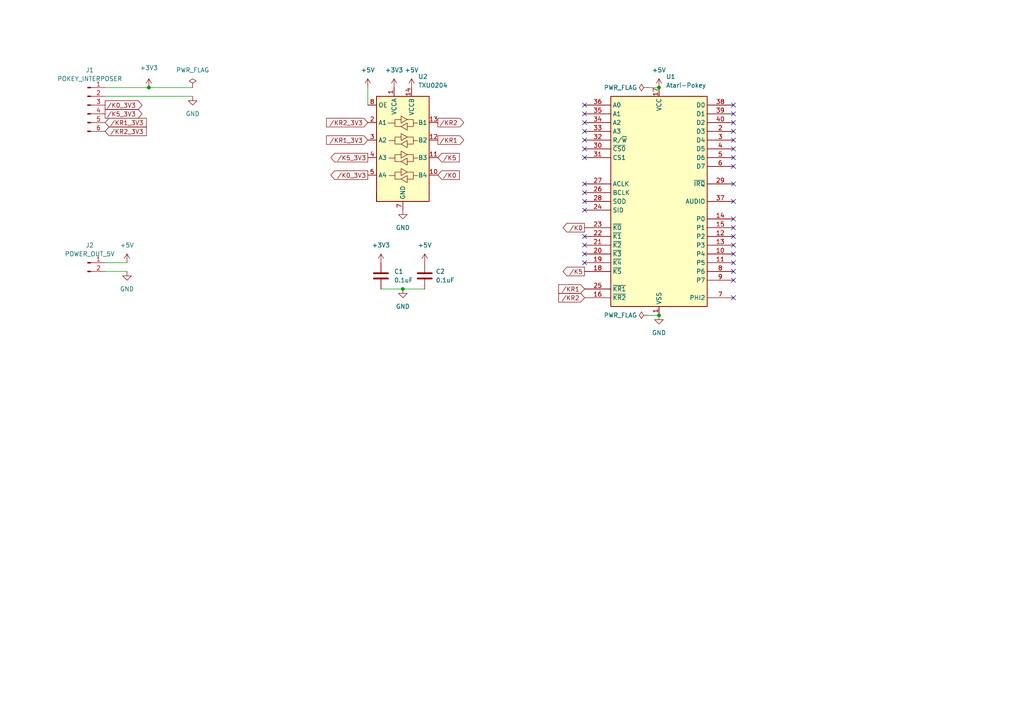
<source format=kicad_sch>
(kicad_sch (version 20211123) (generator eeschema)
  (paper "A4")
  (title_block (title "Atari Pokey Interposer") (date "2022-09-15") (rev "1.0"))
  (lib_symbols
    (symbol "Connector:Conn_01x02_Male" (pin_names (offset 1.016) hide)
      (property "Reference" "J" (at 0 2.54 0))
      (property "Value" "Conn_01x02_Male" (at 0 -5.08 0))
      (symbol "Conn_01x02_Male_1_1"
        (polyline (pts (xy 1.27 -2.54) (xy 0.8636 -2.54)) (stroke (width 0.1524)))
        (polyline (pts (xy 1.27 0) (xy 0.8636 0)) (stroke (width 0.1524)))
        (rectangle (start 0.8636 -2.413) (end 0 -2.667) (stroke (width 0.1524)) (fill (type outline)))
        (rectangle (start 0.8636 0.127) (end 0 -0.127) (stroke (width 0.1524)) (fill (type outline)))
        (pin passive line (at 5.08 0 180) (length 3.81) (name "Pin_1") (number "1"))
        (pin passive line (at 5.08 -2.54 180) (length 3.81) (name "Pin_2") (number "2"))
      )
    )
    (symbol "Connector:Conn_01x06_Male" (pin_names (offset 1.016) hide)
      (property "Reference" "J" (at 0 7.62 0))
      (property "Value" "Conn_01x06_Male" (at 0 -10.16 0))
      (symbol "Conn_01x06_Male_1_1"
        (polyline (pts (xy 1.27 -7.62) (xy 0.8636 -7.62)) (stroke (width 0.1524)))
        (polyline (pts (xy 1.27 -5.08) (xy 0.8636 -5.08)) (stroke (width 0.1524)))
        (polyline (pts (xy 1.27 -2.54) (xy 0.8636 -2.54)) (stroke (width 0.1524)))
        (polyline (pts (xy 1.27 0) (xy 0.8636 0)) (stroke (width 0.1524)))
        (polyline (pts (xy 1.27 2.54) (xy 0.8636 2.54)) (stroke (width 0.1524)))
        (polyline (pts (xy 1.27 5.08) (xy 0.8636 5.08)) (stroke (width 0.1524)))
        (rectangle (start 0.8636 -7.493) (end 0 -7.747) (stroke (width 0.1524)) (fill (type outline)))
        (rectangle (start 0.8636 -4.953) (end 0 -5.207) (stroke (width 0.1524)) (fill (type outline)))
        (rectangle (start 0.8636 -2.413) (end 0 -2.667) (stroke (width 0.1524)) (fill (type outline)))
        (rectangle (start 0.8636 0.127) (end 0 -0.127) (stroke (width 0.1524)) (fill (type outline)))
        (rectangle (start 0.8636 2.667) (end 0 2.413) (stroke (width 0.1524)) (fill (type outline)))
        (rectangle (start 0.8636 5.207) (end 0 4.953) (stroke (width 0.1524)) (fill (type outline)))
        (pin passive line (at 5.08 5.08 180) (length 3.81) (name "Pin_1") (number "1"))
        (pin passive line (at 5.08 2.54 180) (length 3.81) (name "Pin_2") (number "2"))
        (pin passive line (at 5.08 0 180) (length 3.81) (name "Pin_3") (number "3"))
        (pin passive line (at 5.08 -2.54 180) (length 3.81) (name "Pin_4") (number "4"))
        (pin passive line (at 5.08 -5.08 180) (length 3.81) (name "Pin_5") (number "5"))
        (pin passive line (at 5.08 -7.62 180) (length 3.81) (name "Pin_6") (number "6"))
      )
    )
    (symbol "Device:C" (pin_numbers hide) (pin_names (offset 0.254))
      (property "Reference" "C" (at 0.635 2.54 0))
      (property "Value" "C" (at 0.635 -2.54 0))
      (symbol "C_0_1"
        (polyline (pts (xy -2.032 -0.762) (xy 2.032 -0.762)) (stroke (width 0.508)))
        (polyline (pts (xy -2.032 0.762) (xy 2.032 0.762)) (stroke (width 0.508)))
      )
      (symbol "C_1_1"
        (pin passive line (at 0 3.81 270) (length 2.794) (name "~") (number "1"))
        (pin passive line (at 0 -3.81 90) (length 2.794) (name "~") (number "2"))
      )
    )
    (symbol "Logic_LevelTranslator:TXB0104D"
      (property "Reference" "U" (at -6.35 16.51 0))
      (property "Value" "TXB0104D" (at 3.81 16.51 0))
      (symbol "TXB0104D_0_1"
        (rectangle (start -7.62 -15.24) (end -7.62 -12.7) (stroke (width 0.254)))
        (rectangle (start -7.62 15.24) (end 7.62 -15.24) (stroke (width 0.254)) (fill (type background)))
        (polyline (pts (xy -2.286 -7.747) (xy -2.286 -6.731) (xy -0.508 -6.731)))
        (polyline (pts (xy -2.286 -2.667) (xy -2.286 -1.651) (xy -0.508 -1.651)))
        (polyline (pts (xy -2.286 2.413) (xy -2.286 3.429) (xy -0.508 3.429)))
        (polyline (pts (xy -2.286 7.493) (xy -2.286 8.509) (xy -0.508 8.509)))
        (polyline (pts (xy 3.048 -7.747) (xy 3.048 -8.763) (xy 1.27 -8.763)))
        (polyline (pts (xy 3.048 -2.667) (xy 3.048 -3.683) (xy 1.27 -3.683)))
        (polyline (pts (xy 3.048 2.413) (xy 3.048 1.397) (xy 1.27 1.397)))
        (polyline (pts (xy 3.048 7.493) (xy 3.048 6.477) (xy 1.27 6.477)))
        (polyline (pts (xy -0.508 -8.763) (xy -2.286 -8.763) (xy -2.286 -7.747) (xy -4.064 -7.747)))
        (polyline (pts (xy -0.508 -8.763) (xy 1.27 -7.747) (xy 1.27 -9.779) (xy -0.508 -8.763)))
        (polyline (pts (xy -0.508 -3.683) (xy -2.286 -3.683) (xy -2.286 -2.667) (xy -4.064 -2.667)))
        (polyline (pts (xy -0.508 -3.683) (xy 1.27 -2.667) (xy 1.27 -4.699) (xy -0.508 -3.683)))
        (polyline (pts (xy -0.508 1.397) (xy -2.286 1.397) (xy -2.286 2.413) (xy -4.064 2.413)))
        (polyline (pts (xy -0.508 1.397) (xy 1.27 2.413) (xy 1.27 0.381) (xy -0.508 1.397)))
        (polyline (pts (xy -0.508 6.477) (xy -2.286 6.477) (xy -2.286 7.493) (xy -4.318 7.493)))
        (polyline (pts (xy -0.508 6.477) (xy 1.27 7.493) (xy 1.27 5.461) (xy -0.508 6.477)))
        (polyline (pts (xy 1.27 -6.731) (xy -0.508 -7.747) (xy -0.508 -5.715) (xy 1.27 -6.731)))
        (polyline (pts (xy 1.27 -6.731) (xy 3.048 -6.731) (xy 3.048 -7.747) (xy 4.318 -7.747)))
        (polyline (pts (xy 1.27 -1.651) (xy -0.508 -2.667) (xy -0.508 -0.635) (xy 1.27 -1.651)))
        (polyline (pts (xy 1.27 -1.651) (xy 3.048 -1.651) (xy 3.048 -2.667) (xy 4.318 -2.667)))
        (polyline (pts (xy 1.27 3.429) (xy -0.508 2.413) (xy -0.508 4.445) (xy 1.27 3.429)))
        (polyline (pts (xy 1.27 3.429) (xy 3.048 3.429) (xy 3.048 2.413) (xy 4.318 2.413)))
        (polyline (pts (xy 1.27 8.509) (xy -0.508 7.493) (xy -0.508 9.525) (xy 1.27 8.509)))
        (polyline (pts (xy 1.27 8.509) (xy 3.048 8.509) (xy 3.048 7.493) (xy 4.318 7.493)))
      )
      (symbol "TXB0104D_1_1"
        (pin power_in line (at -2.54 17.78 270) (length 2.54) (name "VCCA") (number "1"))
        (pin bidirectional line (at 10.16 -7.62 180) (length 2.54) (name "B4") (number "10"))
        (pin bidirectional line (at 10.16 -2.54 180) (length 2.54) (name "B3") (number "11"))
        (pin bidirectional line (at 10.16 2.54 180) (length 2.54) (name "B2") (number "12"))
        (pin bidirectional line (at 10.16 7.62 180) (length 2.54) (name "B1") (number "13"))
        (pin power_in line (at 2.54 17.78 270) (length 2.54) (name "VCCB") (number "14"))
        (pin bidirectional line (at -10.16 7.62 0) (length 2.54) (name "A1") (number "2"))
        (pin bidirectional line (at -10.16 2.54 0) (length 2.54) (name "A2") (number "3"))
        (pin bidirectional line (at -10.16 -2.54 0) (length 2.54) (name "A3") (number "4"))
        (pin bidirectional line (at -10.16 -7.62 0) (length 2.54) (name "A4") (number "5"))
        (pin no_connect line (at -10.16 -12.7 0) (length 2.54) hide (name "NC") (number "6"))
        (pin power_in line (at 0 -17.78 90) (length 2.54) (name "GND") (number "7"))
        (pin input line (at -10.16 12.7 0) (length 2.54) (name "OE") (number "8"))
        (pin no_connect line (at 10.16 -12.7 180) (length 2.54) hide (name "NC") (number "9"))
      )
    )
    (symbol "Project_Atari_LSI:Atari-Pokey"
      (property "Reference" "U" (at 0 2.54 0))
      (property "Value" "Atari-Pokey" (at 0 0 0))
      (symbol "Atari-Pokey_0_1"
        (rectangle (start -13.97 30.48) (end 13.97 -30.48) (stroke (width 0.254)) (fill (type background)))
      )
      (symbol "Atari-Pokey_1_1"
        (pin power_in line (at 0 -33.02 90) (length 2.54) (name "VSS") (number "1"))
        (pin input line (at 21.59 -15.24 180) (length 7.62) (name "P4") (number "10"))
        (pin input line (at 21.59 -17.78 180) (length 7.62) (name "P5") (number "11"))
        (pin input line (at 21.59 -10.16 180) (length 7.62) (name "P2") (number "12"))
        (pin input line (at 21.59 -12.7 180) (length 7.62) (name "P3") (number "13"))
        (pin input line (at 21.59 -5.08 180) (length 7.62) (name "P0") (number "14"))
        (pin input line (at 21.59 -7.62 180) (length 7.62) (name "P1") (number "15"))
        (pin input line (at -21.59 -27.94 0) (length 7.62) (name "~{KR2}") (number "16"))
        (pin power_in line (at 0 33.02 270) (length 2.54) (name "VCC") (number "17"))
        (pin output line (at -21.59 -20.32 0) (length 7.62) (name "~{K5}") (number "18"))
        (pin output line (at -21.59 -17.78 0) (length 7.62) (name "~{K4}") (number "19"))
        (pin tri_state line (at 21.59 20.32 180) (length 7.62) (name "D3") (number "2"))
        (pin output line (at -21.59 -15.24 0) (length 7.62) (name "~{K3}") (number "20"))
        (pin output line (at -21.59 -12.7 0) (length 7.62) (name "~{K2}") (number "21"))
        (pin output line (at -21.59 -10.16 0) (length 7.62) (name "~{K1}") (number "22"))
        (pin output line (at -21.59 -7.62 0) (length 7.62) (name "~{K0}") (number "23"))
        (pin input line (at -21.59 -2.54 0) (length 7.62) (name "SID") (number "24"))
        (pin input line (at -21.59 -25.4 0) (length 7.62) (name "~{KR1}") (number "25"))
        (pin bidirectional line (at -21.59 2.54 0) (length 7.62) (name "BCLK") (number "26"))
        (pin open_collector line (at -21.59 5.08 0) (length 7.62) (name "ACLK") (number "27"))
        (pin open_collector line (at -21.59 0 0) (length 7.62) (name "SOD") (number "28"))
        (pin open_collector line (at 21.59 5.08 180) (length 7.62) (name "~{IRQ}") (number "29"))
        (pin tri_state line (at 21.59 17.78 180) (length 7.62) (name "D4") (number "3"))
        (pin input line (at -21.59 15.24 0) (length 7.62) (name "~{CS0}") (number "30"))
        (pin input line (at -21.59 12.7 0) (length 7.62) (name "CS1") (number "31"))
        (pin input line (at -21.59 17.78 0) (length 7.62) (name "R/~{W}") (number "32"))
        (pin input line (at -21.59 20.32 0) (length 7.62) (name "A3") (number "33"))
        (pin input line (at -21.59 22.86 0) (length 7.62) (name "A2") (number "34"))
        (pin input line (at -21.59 25.4 0) (length 7.62) (name "A1") (number "35"))
        (pin input line (at -21.59 27.94 0) (length 7.62) (name "A0") (number "36"))
        (pin open_collector line (at 21.59 0 180) (length 7.62) (name "AUDIO") (number "37"))
        (pin tri_state line (at 21.59 27.94 180) (length 7.62) (name "D0") (number "38"))
        (pin tri_state line (at 21.59 25.4 180) (length 7.62) (name "D1") (number "39"))
        (pin tri_state line (at 21.59 15.24 180) (length 7.62) (name "D5") (number "4"))
        (pin tri_state line (at 21.59 22.86 180) (length 7.62) (name "D2") (number "40"))
        (pin tri_state line (at 21.59 12.7 180) (length 7.62) (name "D6") (number "5"))
        (pin tri_state line (at 21.59 10.16 180) (length 7.62) (name "D7") (number "6"))
        (pin input line (at 21.59 -27.94 180) (length 7.62) (name "PHI2") (number "7"))
        (pin input line (at 21.59 -20.32 180) (length 7.62) (name "P6") (number "8"))
        (pin input line (at 21.59 -22.86 180) (length 7.62) (name "P7") (number "9"))
      )
    )
    (symbol "power:+3.3V" (power) (pin_names (offset 0))
      (property "Value" "+3.3V" (at 0 3.556 0))
      (symbol "+3.3V_0_1"
        (polyline (pts (xy -0.762 1.27) (xy 0 2.54)))
        (polyline (pts (xy 0 0) (xy 0 2.54)))
        (polyline (pts (xy 0 2.54) (xy 0.762 1.27)))
      )
      (symbol "+3.3V_1_1"
        (pin power_in line (at 0 0 90) (length 0) hide (name "+3V3") (number "1"))
      )
    )
    (symbol "power:+5V" (power) (pin_names (offset 0))
      (property "Value" "+5V" (at 0 3.556 0))
      (symbol "+5V_0_1"
        (polyline (pts (xy -0.762 1.27) (xy 0 2.54)))
        (polyline (pts (xy 0 0) (xy 0 2.54)))
        (polyline (pts (xy 0 2.54) (xy 0.762 1.27)))
      )
      (symbol "+5V_1_1"
        (pin power_in line (at 0 0 90) (length 0) hide (name "+5V") (number "1"))
      )
    )
    (symbol "power:GND" (power) (pin_names (offset 0))
      (property "Value" "GND" (at 0 -3.81 0))
      (symbol "GND_0_1"
        (polyline (pts (xy 0 0) (xy 0 -1.27) (xy 1.27 -1.27) (xy 0 -2.54) (xy -1.27 -1.27) (xy 0 -1.27)))
      )
      (symbol "GND_1_1"
        (pin power_in line (at 0 0 270) (length 0) hide (name "GND") (number "1"))
      )
    )
    (symbol "power:PWR_FLAG" (power) (pin_numbers hide) (pin_names (offset 0) hide)
      (property "Value" "PWR_FLAG" (at 0 3.81 0))
      (symbol "PWR_FLAG_0_0"
        (pin power_out line (at 0 0 90) (length 0) (name "pwr") (number "1"))
      )
      (symbol "PWR_FLAG_0_1"
        (polyline (pts (xy 0 0) (xy 0 1.27) (xy -1.016 1.905) (xy 0 2.54) (xy 1.016 1.905) (xy 0 1.27)))
      )
    )
  )
  (junction (at 116.84 83.82))
  (junction (at 43.18 25.4))
  (junction (at 191.135 25.4))
  (junction (at 191.135 91.44))
  (no_connect (at 169.545 73.66))
  (no_connect (at 169.545 38.1))
  (no_connect (at 212.725 81.28))
  (no_connect (at 212.725 53.34))
  (no_connect (at 169.545 33.02))
  (no_connect (at 212.725 78.74))
  (no_connect (at 169.545 30.48))
  (no_connect (at 212.725 33.02))
  (no_connect (at 212.725 40.64))
  (no_connect (at 212.725 58.42))
  (no_connect (at 169.545 40.64))
  (no_connect (at 212.725 76.2))
  (no_connect (at 169.545 55.88))
  (no_connect (at 212.725 30.48))
  (no_connect (at 169.545 76.2))
  (no_connect (at 169.545 60.96))
  (no_connect (at 212.725 48.26))
  (no_connect (at 212.725 45.72))
  (no_connect (at 212.725 73.66))
  (no_connect (at 169.545 68.58))
  (no_connect (at 169.545 71.12))
  (no_connect (at 212.725 35.56))
  (no_connect (at 212.725 43.18))
  (no_connect (at 212.725 68.58))
  (no_connect (at 212.725 38.1))
  (no_connect (at 169.545 35.56))
  (no_connect (at 212.725 86.36))
  (no_connect (at 169.545 43.18))
  (no_connect (at 212.725 63.5))
  (no_connect (at 169.545 58.42))
  (no_connect (at 212.725 66.04))
  (no_connect (at 169.545 45.72))
  (no_connect (at 212.725 71.12))
  (no_connect (at 169.545 53.34))
  (wire (pts (xy 30.48 25.4) (xy 43.18 25.4)))
  (wire (pts (xy 106.68 30.48) (xy 106.68 25.4)))
  (wire (pts (xy 43.18 25.4) (xy 55.88 25.4)))
  (wire (pts (xy 30.48 78.74) (xy 36.83 78.74)))
  (wire (pts (xy 30.48 76.2) (xy 36.83 76.2)))
  (wire (pts (xy 110.49 83.82) (xy 116.84 83.82)))
  (wire (pts (xy 116.84 83.82) (xy 123.19 83.82)))
  (wire (pts (xy 187.96 25.4) (xy 191.135 25.4)))
  (wire (pts (xy 187.96 91.44) (xy 191.135 91.44)))
  (wire (pts (xy 30.48 27.94) (xy 55.88 27.94)))
  (global_label "{slash}KR1" (shape input) (at 169.545 83.82 180) (property "Intersheet References" "${INTERSHEET_REFS}" (effects hide)))
  (global_label "{slash}KR1_3V3" (shape input) (at 106.68 40.64 180) (property "Intersheet References" "${INTERSHEET_REFS}" (effects hide)))
  (global_label "{slash}K0_3V3" (shape output) (at 106.68 50.8 180) (property "Intersheet References" "${INTERSHEET_REFS}" (effects hide)))
  (global_label "{slash}KR2" (shape output) (at 127 35.56 0) (property "Intersheet References" "${INTERSHEET_REFS}" (effects hide)))
  (global_label "{slash}K0" (shape output) (at 169.545 66.04 180) (property "Intersheet References" "${INTERSHEET_REFS}" (effects hide)))
  (global_label "{slash}K5" (shape input) (at 127 45.72 0) (property "Intersheet References" "${INTERSHEET_REFS}" (effects hide)))
  (global_label "{slash}KR2" (shape input) (at 169.545 86.36 180) (property "Intersheet References" "${INTERSHEET_REFS}" (effects hide)))
  (global_label "{slash}KR2_3V3" (shape input) (at 106.68 35.56 180) (property "Intersheet References" "${INTERSHEET_REFS}" (effects hide)))
  (global_label "{slash}K0_3V3" (shape output) (at 30.48 30.48 0) (property "Intersheet References" "${INTERSHEET_REFS}" (effects hide)))
  (global_label "{slash}KR2_3V3" (shape input) (at 30.48 38.1 0) (property "Intersheet References" "${INTERSHEET_REFS}" (effects hide)))
  (global_label "{slash}KR1" (shape output) (at 127 40.64 0) (property "Intersheet References" "${INTERSHEET_REFS}" (effects hide)))
  (global_label "{slash}K0" (shape input) (at 127 50.8 0) (property "Intersheet References" "${INTERSHEET_REFS}" (effects hide)))
  (global_label "{slash}K5_3V3" (shape output) (at 106.68 45.72 180) (property "Intersheet References" "${INTERSHEET_REFS}" (effects hide)))
  (global_label "{slash}K5_3V3" (shape output) (at 30.48 33.02 0) (property "Intersheet References" "${INTERSHEET_REFS}" (effects hide)))
  (global_label "{slash}KR1_3V3" (shape input) (at 30.48 35.56 0) (property "Intersheet References" "${INTERSHEET_REFS}" (effects hide)))
  (global_label "{slash}K5" (shape output) (at 169.545 78.74 180) (property "Intersheet References" "${INTERSHEET_REFS}" (effects hide)))
  (symbol (lib_id "power:+5V") (at 123.19 76.2 0) (unit 1)
    (property "Reference" "#PWR0104" (effects hide))
    (property "Value" "+5V" (at 123.19 71.12 0))
  )
  (symbol (lib_id "power:+3.3V") (at 43.18 25.4 0) (unit 1)
    (property "Reference" "#PWR0108" (effects hide))
    (property "Value" "+3.3V" (at 43.18 19.685 0))
  )
  (symbol (lib_id "power:GND") (at 36.83 78.74 0) (unit 1)
    (property "Reference" "#PWR0113" (effects hide))
    (property "Value" "GND" (at 36.83 83.82 0))
  )
  (symbol (lib_id "power:+3.3V") (at 110.49 76.2 0) (unit 1)
    (property "Reference" "#PWR0105" (effects hide))
    (property "Value" "+3.3V" (at 110.49 71.12 0))
  )
  (symbol (lib_id "Project_Atari_LSI:Atari-Pokey") (at 191.135 58.42 0) (unit 1)
    (property "Reference" "U1" (at 193.1544 22.225 0) (effects (justify left)))
    (property "Value" "Atari-Pokey" (at 193.1544 24.765 0) (effects (justify left)))
    (property "Footprint" "Package_DIP:DIP-40_W15.24mm_Socket" (effects hide))
  )
  (symbol (lib_id "Connector:Conn_01x02_Male") (at 25.4 76.2 0) (unit 1)
    (property "Reference" "J2" (at 26.035 71.12 0))
    (property "Value" "POWER_OUT_5V" (at 26.035 73.66 0))
    (property "Footprint" "Connector_PinHeader_2.54mm:PinHeader_1x02_P2.54mm_Vertical" (effects hide))
  )
  (symbol (lib_id "power:GND") (at 191.135 91.44 0) (unit 1)
    (property "Reference" "#PWR0111" (effects hide))
    (property "Value" "GND" (at 191.135 96.52 0))
  )
  (symbol (lib_id "Logic_LevelTranslator:TXB0104D") (at 116.84 43.18 0) (unit 1)
    (property "Reference" "U2" (at 121.285 22.225 0) (effects (justify left)))
    (property "Value" "TXU0204" (at 121.285 24.765 0) (effects (justify left)))
    (property "Footprint" "Package_SO:TSSOP-14_4.4x5mm_P0.65mm" (effects hide))
    (property "Datasheet" "http://www.ti.com/lit/ds/symlink/txb0104.pdf" (effects hide))
  )
  (symbol (lib_id "power:PWR_FLAG") (at 187.96 91.44 90) (unit 1)
    (property "Reference" "#FLG0104" (effects hide))
    (property "Value" "PWR_FLAG" (at 184.785 91.4399 90) (effects (justify left)))
  )
  (symbol (lib_id "power:+3.3V") (at 114.3 25.4 0) (unit 1)
    (property "Reference" "#PWR0106" (effects hide))
    (property "Value" "+3.3V" (at 114.3 20.32 0))
  )
  (symbol (lib_id "power:GND") (at 116.84 60.96 0) (unit 1)
    (property "Reference" "#PWR0103" (effects hide))
    (property "Value" "GND" (at 116.84 66.04 0))
  )
  (symbol (lib_id "power:+5V") (at 119.38 25.4 0) (unit 1)
    (property "Reference" "#PWR0107" (effects hide))
    (property "Value" "+5V" (at 119.38 20.32 0))
  )
  (symbol (lib_id "Device:C") (at 123.19 80.01 0) (unit 1)
    (property "Reference" "C2" (at 126.365 78.7399 0) (effects (justify left)))
    (property "Value" "0.1uF" (at 126.365 81.2799 0) (effects (justify left)))
    (property "Footprint" "Capacitor_SMD:C_0805_2012Metric_Pad1.18x1.45mm_HandSolder" (effects hide))
  )
  (symbol (lib_id "power:PWR_FLAG") (at 187.96 25.4 90) (unit 1)
    (property "Reference" "#FLG0103" (effects hide))
    (property "Value" "PWR_FLAG" (at 184.785 25.3999 90) (effects (justify left)))
  )
  (symbol (lib_id "power:+5V") (at 191.135 25.4 0) (unit 1)
    (property "Reference" "#PWR0110" (effects hide))
    (property "Value" "+5V" (at 191.135 20.32 0))
  )
  (symbol (lib_id "power:+5V") (at 106.68 25.4 0) (unit 1)
    (property "Reference" "#PWR0112" (effects hide))
    (property "Value" "+5V" (at 106.68 20.32 0))
  )
  (symbol (lib_id "power:GND") (at 116.84 83.82 0) (unit 1)
    (property "Reference" "#PWR0102" (effects hide))
    (property "Value" "GND" (at 116.84 88.9 0))
  )
  (symbol (lib_id "Connector:Conn_01x06_Male") (at 25.4 30.48 0) (unit 1)
    (property "Reference" "J1" (at 26.035 20.32 0))
    (property "Value" "POKEY_INTERPOSER" (at 26.035 22.86 0))
    (property "Footprint" "Connector_PinHeader_2.54mm:PinHeader_1x06_P2.54mm_Vertical" (effects hide))
  )
  (symbol (lib_id "Device:C") (at 110.49 80.01 0) (unit 1)
    (property "Reference" "C1" (at 114.3 78.7399 0) (effects (justify left)))
    (property "Value" "0.1uF" (at 114.3 81.2799 0) (effects (justify left)))
    (property "Footprint" "Capacitor_SMD:C_0805_2012Metric_Pad1.18x1.45mm_HandSolder" (effects hide))
  )
  (symbol (lib_id "power:GND") (at 55.88 27.94 0) (unit 1)
    (property "Reference" "#PWR0109" (effects hide))
    (property "Value" "GND" (at 55.88 33.02 0))
  )
  (symbol (lib_id "power:+5V") (at 36.83 76.2 0) (unit 1)
    (property "Reference" "#PWR0101" (effects hide))
    (property "Value" "+5V" (at 36.83 71.12 0))
  )
  (symbol (lib_id "power:PWR_FLAG") (at 55.88 25.4 0) (unit 1)
    (property "Reference" "#FLG0101" (effects hide))
    (property "Value" "PWR_FLAG" (at 55.88 20.32 0))
  )
)
</source>
